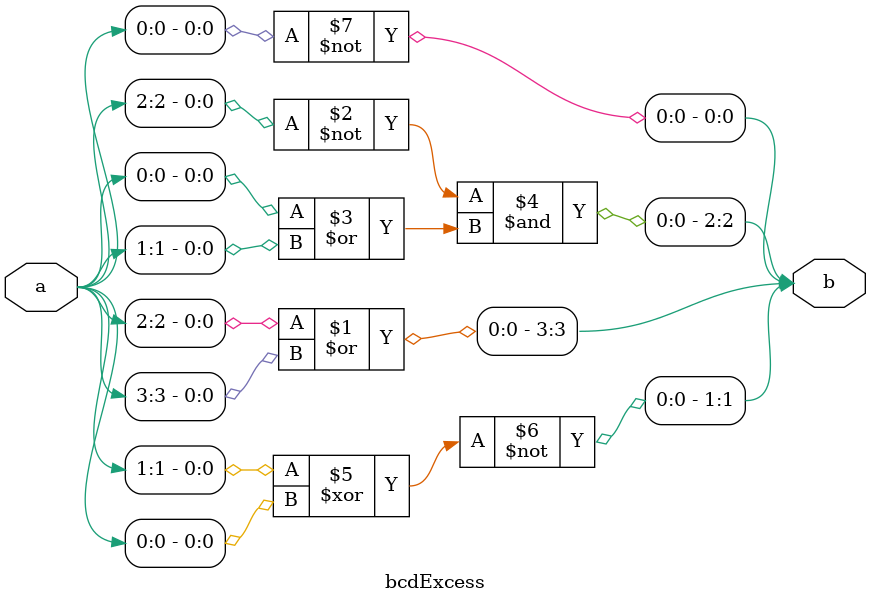
<source format=v>
module bcdExcess(a,b);
input [3:0]a;
output [3:0]b;
assign b[3] = a[2] | a[3];
assign b[2] = ~a[2] & (a[0] | a[1]);
assign b[1] = ~(a[1]^a[0]);
assign b[0] = ~a[0];
endmodule

</source>
